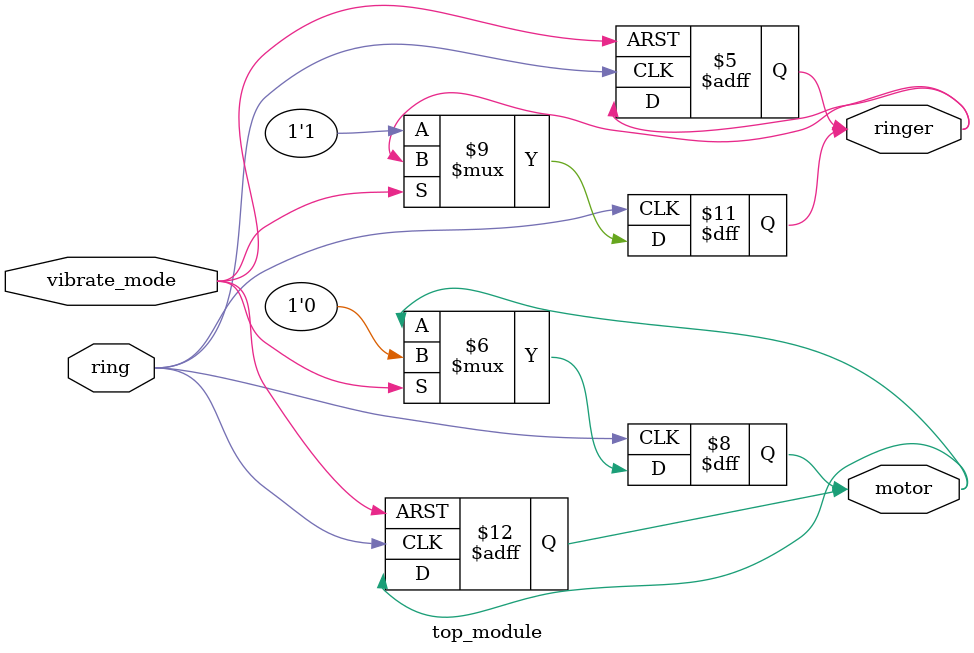
<source format=sv>
module top_module(
	input ring, 
	input vibrate_mode,
	output ringer,
	output motor
);

reg ringer;
reg motor;

// assign an initial value
always @(posedge ring or posedge vibrate_mode)
	begin
		if (vibrate_mode == 1)
			motor <= 1;
		else
			ringer <= 1;
	end
	
// assign a default value
always @(negedge ring or negedge vibrate_mode)
	begin
		if (vibrate_mode == 1)
			motor <= 0;
		else
			ringer <= 0;
	end

endmodule

</source>
